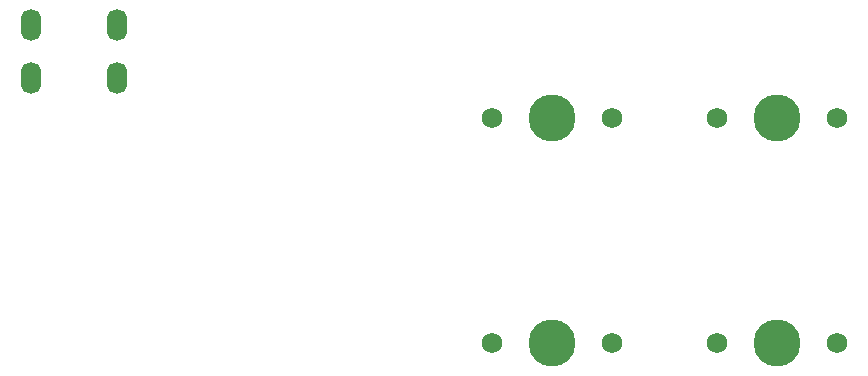
<source format=gbr>
%TF.GenerationSoftware,KiCad,Pcbnew,7.0.3*%
%TF.CreationDate,2023-05-18T14:52:35-04:00*%
%TF.ProjectId,ai03-pcb-guide,61693033-2d70-4636-922d-67756964652e,rev?*%
%TF.SameCoordinates,Original*%
%TF.FileFunction,Soldermask,Top*%
%TF.FilePolarity,Negative*%
%FSLAX46Y46*%
G04 Gerber Fmt 4.6, Leading zero omitted, Abs format (unit mm)*
G04 Created by KiCad (PCBNEW 7.0.3) date 2023-05-18 14:52:35*
%MOMM*%
%LPD*%
G01*
G04 APERTURE LIST*
%ADD10C,1.750000*%
%ADD11C,3.987800*%
%ADD12O,1.700000X2.700000*%
G04 APERTURE END LIST*
D10*
%TO.C,MX1*%
X83820000Y-61912500D03*
D11*
X88900000Y-61912500D03*
D10*
X93980000Y-61912500D03*
%TD*%
%TO.C,MX4*%
X102870000Y-80962500D03*
D11*
X107950000Y-80962500D03*
D10*
X113030000Y-80962500D03*
%TD*%
%TO.C,MX3*%
X83820000Y-80962500D03*
D11*
X88900000Y-80962500D03*
D10*
X93980000Y-80962500D03*
%TD*%
%TO.C,MX2*%
X102870000Y-61912500D03*
D11*
X107950000Y-61912500D03*
D10*
X113030000Y-61912500D03*
%TD*%
D12*
%TO.C,USB1*%
X52068750Y-53975000D03*
X44768750Y-53975000D03*
X52068750Y-58475000D03*
X44768750Y-58475000D03*
%TD*%
M02*

</source>
